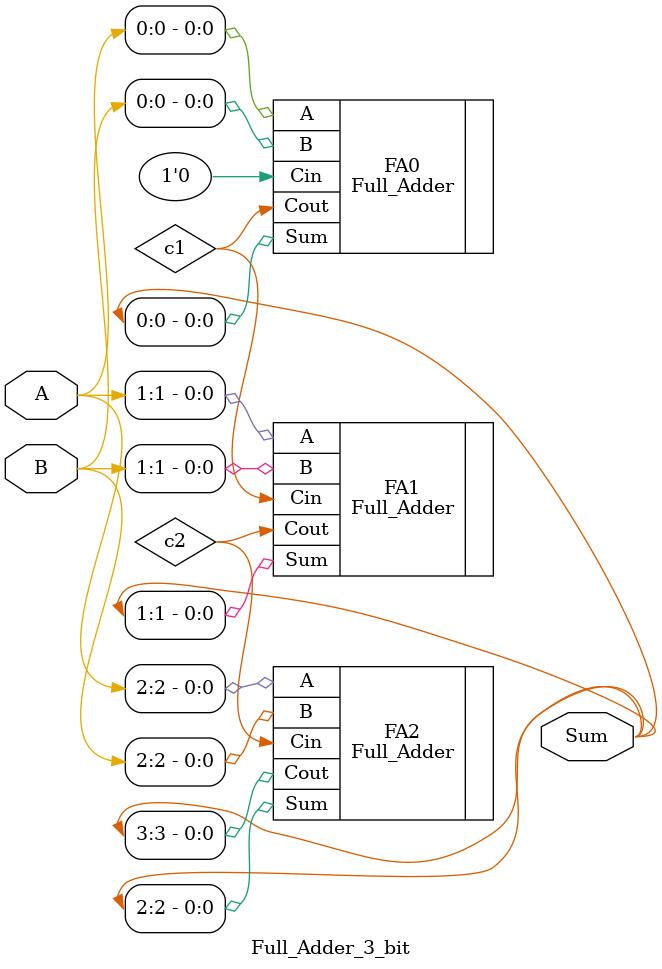
<source format=sv>
module Full_Adder_3_bit (
    input  logic [2:0] A,
    input  logic [2:0] B,
    output logic [3:0] Sum
);
    logic c1, c2;

    Full_Adder FA0 (.A(A[0]), .B(B[0]), .Cin(1'b0), .Sum(Sum[0]), .Cout(c1));
    Full_Adder FA1 (.A(A[1]), .B(B[1]), .Cin(c1),   .Sum(Sum[1]), .Cout(c2));
    Full_Adder FA2 (.A(A[2]), .B(B[2]), .Cin(c2),   .Sum(Sum[2]), .Cout(Sum[3]));
endmodule

</source>
